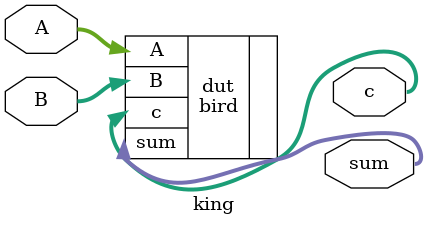
<source format=sv>
module king(
    input logic [15:0] A, B,
    output logic [15:0] sum, c
    );


bird dut(.A(A), .B(B), .sum(sum), .c(c));

endmodule
</source>
